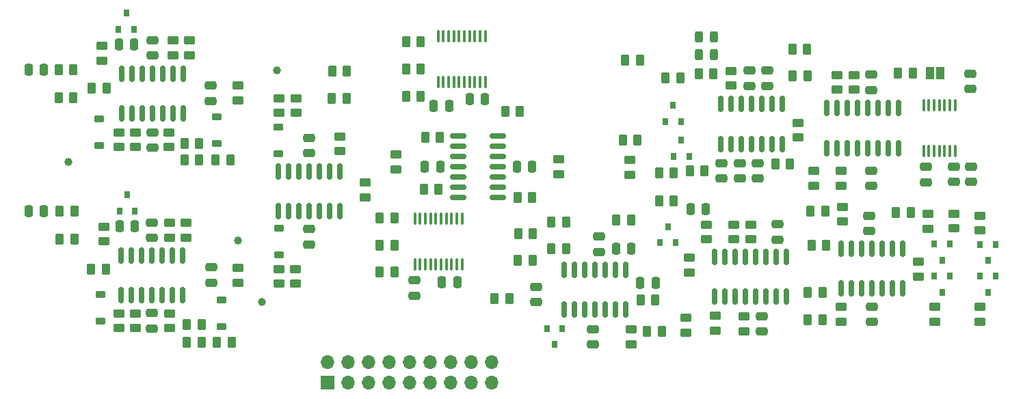
<source format=gbr>
%TF.GenerationSoftware,KiCad,Pcbnew,8.0.3*%
%TF.CreationDate,2024-07-01T12:15:54-06:00*%
%TF.ProjectId,VoiceBoardR3,566f6963-6542-46f6-9172-6452332e6b69,rev?*%
%TF.SameCoordinates,Original*%
%TF.FileFunction,Soldermask,Top*%
%TF.FilePolarity,Negative*%
%FSLAX46Y46*%
G04 Gerber Fmt 4.6, Leading zero omitted, Abs format (unit mm)*
G04 Created by KiCad (PCBNEW 8.0.3) date 2024-07-01 12:15:54*
%MOMM*%
%LPD*%
G01*
G04 APERTURE LIST*
G04 Aperture macros list*
%AMRoundRect*
0 Rectangle with rounded corners*
0 $1 Rounding radius*
0 $2 $3 $4 $5 $6 $7 $8 $9 X,Y pos of 4 corners*
0 Add a 4 corners polygon primitive as box body*
4,1,4,$2,$3,$4,$5,$6,$7,$8,$9,$2,$3,0*
0 Add four circle primitives for the rounded corners*
1,1,$1+$1,$2,$3*
1,1,$1+$1,$4,$5*
1,1,$1+$1,$6,$7*
1,1,$1+$1,$8,$9*
0 Add four rect primitives between the rounded corners*
20,1,$1+$1,$2,$3,$4,$5,0*
20,1,$1+$1,$4,$5,$6,$7,0*
20,1,$1+$1,$6,$7,$8,$9,0*
20,1,$1+$1,$8,$9,$2,$3,0*%
G04 Aperture macros list end*
%ADD10RoundRect,0.250000X0.250000X0.475000X-0.250000X0.475000X-0.250000X-0.475000X0.250000X-0.475000X0*%
%ADD11RoundRect,0.250000X0.262500X0.450000X-0.262500X0.450000X-0.262500X-0.450000X0.262500X-0.450000X0*%
%ADD12RoundRect,0.250000X-0.450000X0.262500X-0.450000X-0.262500X0.450000X-0.262500X0.450000X0.262500X0*%
%ADD13RoundRect,0.250000X0.475000X-0.250000X0.475000X0.250000X-0.475000X0.250000X-0.475000X-0.250000X0*%
%ADD14RoundRect,0.250000X-0.475000X0.250000X-0.475000X-0.250000X0.475000X-0.250000X0.475000X0.250000X0*%
%ADD15RoundRect,0.225000X0.375000X-0.225000X0.375000X0.225000X-0.375000X0.225000X-0.375000X-0.225000X0*%
%ADD16RoundRect,0.150000X0.150000X-0.825000X0.150000X0.825000X-0.150000X0.825000X-0.150000X-0.825000X0*%
%ADD17RoundRect,0.100000X-0.100000X0.637500X-0.100000X-0.637500X0.100000X-0.637500X0.100000X0.637500X0*%
%ADD18RoundRect,0.250000X0.450000X-0.262500X0.450000X0.262500X-0.450000X0.262500X-0.450000X-0.262500X0*%
%ADD19C,1.000000*%
%ADD20RoundRect,0.250000X-0.262500X-0.450000X0.262500X-0.450000X0.262500X0.450000X-0.262500X0.450000X0*%
%ADD21R,0.800000X0.900000*%
%ADD22RoundRect,0.250000X-0.250000X-0.475000X0.250000X-0.475000X0.250000X0.475000X-0.250000X0.475000X0*%
%ADD23R,1.700000X1.700000*%
%ADD24O,1.700000X1.700000*%
%ADD25RoundRect,0.150000X-0.150000X0.825000X-0.150000X-0.825000X0.150000X-0.825000X0.150000X0.825000X0*%
%ADD26RoundRect,0.243750X-0.243750X-0.456250X0.243750X-0.456250X0.243750X0.456250X-0.243750X0.456250X0*%
%ADD27RoundRect,0.225000X-0.375000X0.225000X-0.375000X-0.225000X0.375000X-0.225000X0.375000X0.225000X0*%
%ADD28RoundRect,0.243750X0.243750X0.456250X-0.243750X0.456250X-0.243750X-0.456250X0.243750X-0.456250X0*%
%ADD29R,1.000000X1.500000*%
%ADD30RoundRect,0.150000X-0.825000X-0.150000X0.825000X-0.150000X0.825000X0.150000X-0.825000X0.150000X0*%
G04 APERTURE END LIST*
D10*
%TO.C,C218*%
X59496999Y-35468100D03*
X57597001Y-35468100D03*
%TD*%
D11*
%TO.C,R205*%
X11959600Y-12547600D03*
X10134600Y-12547600D03*
%TD*%
D12*
%TO.C,R310*%
X106553000Y-9741300D03*
X106553000Y-11566300D03*
%TD*%
D13*
%TO.C,C210*%
X41173400Y-30744199D03*
X41173400Y-28844201D03*
%TD*%
D14*
%TO.C,C212*%
X21717000Y-28031401D03*
X21717000Y-29931399D03*
%TD*%
D15*
%TO.C,D202*%
X15163800Y-18515600D03*
X15163800Y-15215600D03*
%TD*%
D14*
%TO.C,C410*%
X97214600Y-39639201D03*
X97214600Y-41539199D03*
%TD*%
D16*
%TO.C,U303*%
X105283000Y-18832600D03*
X106553000Y-18832600D03*
X107823000Y-18832600D03*
X109093000Y-18832600D03*
X110363000Y-18832600D03*
X111633000Y-18832600D03*
X112903000Y-18832600D03*
X114173000Y-18832600D03*
X114173000Y-13882600D03*
X112903000Y-13882600D03*
X111633000Y-13882600D03*
X110363000Y-13882600D03*
X109093000Y-13882600D03*
X107823000Y-13882600D03*
X106553000Y-13882600D03*
X105283000Y-13882600D03*
%TD*%
D17*
%TO.C,U205*%
X60100400Y-27525600D03*
X59450400Y-27525600D03*
X58800400Y-27525600D03*
X58150400Y-27525600D03*
X57500400Y-27525600D03*
X56850400Y-27525600D03*
X56200400Y-27525600D03*
X55550400Y-27525600D03*
X54900400Y-27525600D03*
X54250400Y-27525600D03*
X54250400Y-33250600D03*
X54900400Y-33250600D03*
X55550400Y-33250600D03*
X56200400Y-33250600D03*
X56850400Y-33250600D03*
X57500400Y-33250600D03*
X58150400Y-33250600D03*
X58800400Y-33250600D03*
X59450400Y-33250600D03*
X60100400Y-33250600D03*
%TD*%
D10*
%TO.C,C201*%
X19491999Y-5943600D03*
X17592001Y-5943600D03*
%TD*%
D18*
%TO.C,R204*%
X15544800Y-7999100D03*
X15544800Y-6174100D03*
%TD*%
D19*
%TO.C,SAW1*%
X37185600Y-9194800D03*
%TD*%
D18*
%TO.C,R314*%
X103657400Y-23493100D03*
X103657400Y-21668100D03*
%TD*%
D12*
%TO.C,R243*%
X32334200Y-33682300D03*
X32334200Y-35507300D03*
%TD*%
%TO.C,R234*%
X26339800Y-5488300D03*
X26339800Y-7313300D03*
%TD*%
%TO.C,R417*%
X117805200Y-26976700D03*
X117805200Y-28801700D03*
%TD*%
D13*
%TO.C,C207*%
X21742400Y-18755399D03*
X21742400Y-16855401D03*
%TD*%
D14*
%TO.C,C204*%
X29032200Y-33594001D03*
X29032200Y-35493999D03*
%TD*%
D19*
%TO.C,TRI1*%
X11353800Y-20497800D03*
%TD*%
D18*
%TO.C,R221*%
X19659600Y-41120700D03*
X19659600Y-39295700D03*
%TD*%
D20*
%TO.C,R203*%
X14251300Y-11379200D03*
X16076300Y-11379200D03*
%TD*%
%TO.C,R418*%
X103227500Y-26670000D03*
X105052500Y-26670000D03*
%TD*%
D21*
%TO.C,Q401*%
X84622600Y-30540200D03*
X86522600Y-30540200D03*
X85572600Y-28540200D03*
%TD*%
%TO.C,Q201*%
X17566600Y-4098800D03*
X19466600Y-4098800D03*
X18516600Y-2098800D03*
%TD*%
D18*
%TO.C,R210*%
X17602200Y-18692500D03*
X17602200Y-16867500D03*
%TD*%
D19*
%TO.C,TRI2*%
X35331400Y-37896800D03*
%TD*%
D11*
%TO.C,R241*%
X68781300Y-24917400D03*
X66956300Y-24917400D03*
%TD*%
D13*
%TO.C,C404*%
X77063600Y-31699200D03*
X77063600Y-29799202D03*
%TD*%
D22*
%TO.C,C405*%
X79136200Y-31308001D03*
X81036200Y-31308001D03*
%TD*%
D11*
%TO.C,R239*%
X51738500Y-34190400D03*
X49913500Y-34190400D03*
%TD*%
D20*
%TO.C,R411*%
X102897300Y-40055800D03*
X104722300Y-40055800D03*
%TD*%
D11*
%TO.C,R422*%
X68857500Y-29464000D03*
X67032500Y-29464000D03*
%TD*%
D12*
%TO.C,R429*%
X87833200Y-39854500D03*
X87833200Y-41679500D03*
%TD*%
D18*
%TO.C,R425*%
X81000600Y-43117101D03*
X81000600Y-41292101D03*
%TD*%
%TO.C,R404*%
X80899000Y-22121500D03*
X80899000Y-20296500D03*
%TD*%
D10*
%TO.C,C209*%
X19593599Y-28524200D03*
X17693601Y-28524200D03*
%TD*%
D18*
%TO.C,R419*%
X116586000Y-34719900D03*
X116586000Y-32894900D03*
%TD*%
D12*
%TO.C,R201*%
X23799800Y-16867500D03*
X23799800Y-18692500D03*
%TD*%
D21*
%TO.C,Q302*%
X85283000Y-15505700D03*
X87183000Y-15505700D03*
X86233000Y-13505700D03*
%TD*%
D15*
%TO.C,D204*%
X30302200Y-40918400D03*
X30302200Y-37618400D03*
%TD*%
D14*
%TO.C,C303*%
X123113800Y-21097201D03*
X123113800Y-22997199D03*
%TD*%
D22*
%TO.C,C406*%
X88381800Y-26365200D03*
X90281800Y-26365200D03*
%TD*%
D11*
%TO.C,R235*%
X27557100Y-20294600D03*
X25732100Y-20294600D03*
%TD*%
D17*
%TO.C,U203*%
X62970600Y-4919600D03*
X62320600Y-4919600D03*
X61670600Y-4919600D03*
X61020600Y-4919600D03*
X60370600Y-4919600D03*
X59720600Y-4919600D03*
X59070600Y-4919600D03*
X58420600Y-4919600D03*
X57770600Y-4919600D03*
X57120600Y-4919600D03*
X57120600Y-10644600D03*
X57770600Y-10644600D03*
X58420600Y-10644600D03*
X59070600Y-10644600D03*
X59720600Y-10644600D03*
X60370600Y-10644600D03*
X61020600Y-10644600D03*
X61670600Y-10644600D03*
X62320600Y-10644600D03*
X62970600Y-10644600D03*
%TD*%
D21*
%TO.C,Q403*%
X126146600Y-30750000D03*
X124246600Y-30750000D03*
X125196600Y-32750000D03*
%TD*%
D20*
%TO.C,R218*%
X26011500Y-40716200D03*
X27836500Y-40716200D03*
%TD*%
D11*
%TO.C,R428*%
X84021300Y-37632601D03*
X82196300Y-37632601D03*
%TD*%
D12*
%TO.C,R245*%
X44983400Y-17375500D03*
X44983400Y-19200500D03*
%TD*%
D22*
%TO.C,C202*%
X6439500Y-9118600D03*
X8339500Y-9118600D03*
%TD*%
D23*
%TO.C,U103*%
X43437500Y-47887500D03*
D24*
X43437500Y-45347500D03*
X45977500Y-47887500D03*
X45977500Y-45347500D03*
X48517500Y-47887500D03*
X48517500Y-45347500D03*
X51057500Y-47887500D03*
X51057500Y-45347500D03*
X53597500Y-47887500D03*
X53597500Y-45347500D03*
X56137500Y-47887500D03*
X56137500Y-45347500D03*
X58677500Y-47887500D03*
X58677500Y-45347500D03*
X61217500Y-47887500D03*
X61217500Y-45347500D03*
X63757500Y-47887500D03*
X63757500Y-45347500D03*
%TD*%
D13*
%TO.C,C213*%
X21717000Y-41183599D03*
X21717000Y-39283601D03*
%TD*%
D25*
%TO.C,U201*%
X25551100Y-9615400D03*
X24281100Y-9615400D03*
X23011100Y-9615400D03*
X21741100Y-9615400D03*
X20471100Y-9615400D03*
X19201100Y-9615400D03*
X17931100Y-9615400D03*
X17931100Y-14565400D03*
X19201100Y-14565400D03*
X20471100Y-14565400D03*
X21741100Y-14565400D03*
X23011100Y-14565400D03*
X24281100Y-14565400D03*
X25551100Y-14565400D03*
%TD*%
D26*
%TO.C,D301*%
X89384899Y-7239000D03*
X91259901Y-7239000D03*
%TD*%
D27*
%TO.C,D205*%
X37362100Y-16206200D03*
X37362100Y-19506200D03*
%TD*%
D14*
%TO.C,C407*%
X110820200Y-38445401D03*
X110820200Y-40345399D03*
%TD*%
D11*
%TO.C,R233*%
X67257300Y-14249400D03*
X65432300Y-14249400D03*
%TD*%
D14*
%TO.C,C306*%
X96697800Y-20690801D03*
X96697800Y-22590799D03*
%TD*%
%TO.C,C308*%
X94513400Y-20690801D03*
X94513400Y-22590799D03*
%TD*%
D12*
%TO.C,R406*%
X95885000Y-28297500D03*
X95885000Y-30122500D03*
%TD*%
D21*
%TO.C,Q406*%
X72527200Y-41153801D03*
X70627200Y-41153801D03*
X71577200Y-43153801D03*
%TD*%
D13*
%TO.C,C307*%
X97891600Y-11109999D03*
X97891600Y-9210001D03*
%TD*%
D20*
%TO.C,R202*%
X25732100Y-18262600D03*
X27557100Y-18262600D03*
%TD*%
D28*
%TO.C,D302*%
X91259901Y-5080000D03*
X89384899Y-5080000D03*
%TD*%
D18*
%TO.C,R207*%
X24282400Y-7313300D03*
X24282400Y-5488300D03*
%TD*%
D13*
%TO.C,C413*%
X69265800Y-37906999D03*
X69265800Y-36007001D03*
%TD*%
D12*
%TO.C,R246*%
X48082200Y-23090500D03*
X48082200Y-24915500D03*
%TD*%
D18*
%TO.C,R313*%
X107010200Y-23467700D03*
X107010200Y-21642700D03*
%TD*%
D12*
%TO.C,R316*%
X93421200Y-9247500D03*
X93421200Y-11072500D03*
%TD*%
D14*
%TO.C,C206*%
X21742400Y-5450801D03*
X21742400Y-7350799D03*
%TD*%
D20*
%TO.C,R301*%
X88292300Y-21640800D03*
X90117300Y-21640800D03*
%TD*%
%TO.C,R232*%
X55526300Y-17449800D03*
X57351300Y-17449800D03*
%TD*%
D18*
%TO.C,R240*%
X72059800Y-22045300D03*
X72059800Y-20220300D03*
%TD*%
D12*
%TO.C,R220*%
X51892200Y-19610700D03*
X51892200Y-21435700D03*
%TD*%
D20*
%TO.C,R402*%
X71172700Y-31318200D03*
X72997700Y-31318200D03*
%TD*%
D15*
%TO.C,D201*%
X29768800Y-18236200D03*
X29768800Y-14936200D03*
%TD*%
D11*
%TO.C,R242*%
X45845100Y-9296400D03*
X44020100Y-9296400D03*
%TD*%
%TO.C,R230*%
X54987200Y-5664201D03*
X53162200Y-5664201D03*
%TD*%
%TO.C,R208*%
X31417900Y-20243800D03*
X29592900Y-20243800D03*
%TD*%
%TO.C,R236*%
X27836500Y-42875200D03*
X26011500Y-42875200D03*
%TD*%
D21*
%TO.C,Q202*%
X17693600Y-26603200D03*
X19593600Y-26603200D03*
X18643600Y-24603200D03*
%TD*%
D12*
%TO.C,R405*%
X93776800Y-28297500D03*
X93776800Y-30122500D03*
%TD*%
D11*
%TO.C,R212*%
X12078300Y-30073600D03*
X10253300Y-30073600D03*
%TD*%
D17*
%TO.C,U302*%
X121152200Y-13495100D03*
X120502200Y-13495100D03*
X119852200Y-13495100D03*
X119202200Y-13495100D03*
X118552200Y-13495100D03*
X117902200Y-13495100D03*
X117252200Y-13495100D03*
X117252200Y-19220100D03*
X117902200Y-19220100D03*
X118552200Y-19220100D03*
X119202200Y-19220100D03*
X119852200Y-19220100D03*
X120502200Y-19220100D03*
X121152200Y-19220100D03*
%TD*%
D29*
%TO.C,JP301*%
X118023900Y-9552400D03*
X119323900Y-9552400D03*
%TD*%
D12*
%TO.C,R227*%
X25958800Y-28068900D03*
X25958800Y-29893900D03*
%TD*%
D20*
%TO.C,R401*%
X79173700Y-27762200D03*
X80998700Y-27762200D03*
%TD*%
D16*
%TO.C,U402*%
X91338400Y-37222200D03*
X92608400Y-37222200D03*
X93878400Y-37222200D03*
X95148400Y-37222200D03*
X96418400Y-37222200D03*
X97688400Y-37222200D03*
X98958400Y-37222200D03*
X100228400Y-37222200D03*
X100228400Y-32272200D03*
X98958400Y-32272200D03*
X97688400Y-32272200D03*
X96418400Y-32272200D03*
X95148400Y-32272200D03*
X93878400Y-32272200D03*
X92608400Y-32272200D03*
X91338400Y-32272200D03*
%TD*%
D19*
%TO.C,SAW2*%
X32359600Y-30276800D03*
%TD*%
D13*
%TO.C,C309*%
X95681800Y-11109999D03*
X95681800Y-9210001D03*
%TD*%
D21*
%TO.C,Q404*%
X120482400Y-34712400D03*
X118582400Y-34712400D03*
X119532400Y-36712400D03*
%TD*%
D13*
%TO.C,C409*%
X99161600Y-30159999D03*
X99161600Y-28260001D03*
%TD*%
D21*
%TO.C,Q402*%
X126146600Y-34712400D03*
X124246600Y-34712400D03*
X125196600Y-36712400D03*
%TD*%
D12*
%TO.C,R409*%
X107010200Y-38482900D03*
X107010200Y-40307900D03*
%TD*%
%TO.C,R412*%
X124231400Y-38508300D03*
X124231400Y-40333300D03*
%TD*%
D11*
%TO.C,R206*%
X11975300Y-9119201D03*
X10150300Y-9119201D03*
%TD*%
D18*
%TO.C,R312*%
X101676200Y-17524100D03*
X101676200Y-15699100D03*
%TD*%
D20*
%TO.C,R307*%
X101041200Y-9906000D03*
X102866200Y-9906000D03*
%TD*%
D12*
%TO.C,R407*%
X90373200Y-28297500D03*
X90373200Y-30122500D03*
%TD*%
D11*
%TO.C,R430*%
X105204900Y-30835600D03*
X103379900Y-30835600D03*
%TD*%
D12*
%TO.C,R224*%
X37412900Y-33809300D03*
X37412900Y-35634300D03*
%TD*%
D18*
%TO.C,R216*%
X23850600Y-29893900D03*
X23850600Y-28068900D03*
%TD*%
%TO.C,R215*%
X15798800Y-30376500D03*
X15798800Y-28551500D03*
%TD*%
D11*
%TO.C,R304*%
X86307300Y-21869400D03*
X84482300Y-21869400D03*
%TD*%
D14*
%TO.C,C211*%
X54229600Y-35196201D03*
X54229600Y-37096199D03*
%TD*%
D11*
%TO.C,R317*%
X115898300Y-9550400D03*
X114073300Y-9550400D03*
%TD*%
D12*
%TO.C,R420*%
X107188000Y-26113100D03*
X107188000Y-27938100D03*
%TD*%
D11*
%TO.C,R229*%
X54987200Y-8991600D03*
X53162200Y-8991600D03*
%TD*%
D10*
%TO.C,C217*%
X62951399Y-12760500D03*
X61051401Y-12760500D03*
%TD*%
D22*
%TO.C,C215*%
X55488801Y-21131500D03*
X57388799Y-21131500D03*
%TD*%
D13*
%TO.C,C311*%
X110794800Y-11629199D03*
X110794800Y-9729201D03*
%TD*%
D22*
%TO.C,C414*%
X82164700Y-35544201D03*
X84064700Y-35544201D03*
%TD*%
D10*
%TO.C,C216*%
X68767999Y-21131500D03*
X66868001Y-21131500D03*
%TD*%
D13*
%TO.C,C304*%
X123063000Y-11490999D03*
X123063000Y-9591001D03*
%TD*%
D11*
%TO.C,R315*%
X91234900Y-9652000D03*
X89409900Y-9652000D03*
%TD*%
D16*
%TO.C,U403*%
X107011500Y-36206200D03*
X108281500Y-36206200D03*
X109551500Y-36206200D03*
X110821500Y-36206200D03*
X112091500Y-36206200D03*
X113361500Y-36206200D03*
X114631500Y-36206200D03*
X114631500Y-31256200D03*
X113361500Y-31256200D03*
X112091500Y-31256200D03*
X110821500Y-31256200D03*
X109551500Y-31256200D03*
X108281500Y-31256200D03*
X107011500Y-31256200D03*
%TD*%
D11*
%TO.C,R219*%
X31570300Y-42875200D03*
X29745300Y-42875200D03*
%TD*%
D10*
%TO.C,C214*%
X58480999Y-13563600D03*
X56581001Y-13563600D03*
%TD*%
D18*
%TO.C,R225*%
X37434700Y-14450700D03*
X37434700Y-12625700D03*
%TD*%
D11*
%TO.C,R303*%
X86307300Y-25374600D03*
X84482300Y-25374600D03*
%TD*%
D18*
%TO.C,R222*%
X17627600Y-41120700D03*
X17627600Y-39295700D03*
%TD*%
D12*
%TO.C,R209*%
X32334200Y-11050900D03*
X32334200Y-12875900D03*
%TD*%
D11*
%TO.C,R410*%
X104722300Y-36728400D03*
X102897300Y-36728400D03*
%TD*%
D14*
%TO.C,C203*%
X28930600Y-11089601D03*
X28930600Y-12989599D03*
%TD*%
D20*
%TO.C,R231*%
X55373900Y-23926800D03*
X57198900Y-23926800D03*
%TD*%
D11*
%TO.C,R237*%
X51738500Y-30837600D03*
X49913500Y-30837600D03*
%TD*%
D18*
%TO.C,R211*%
X19634200Y-18692500D03*
X19634200Y-16867500D03*
%TD*%
D20*
%TO.C,R302*%
X80011900Y-17805400D03*
X81836900Y-17805400D03*
%TD*%
D18*
%TO.C,R408*%
X88265000Y-34237300D03*
X88265000Y-32412300D03*
%TD*%
D11*
%TO.C,R305*%
X100709100Y-20828000D03*
X98884100Y-20828000D03*
%TD*%
%TO.C,R244*%
X45819700Y-12623800D03*
X43994700Y-12623800D03*
%TD*%
D25*
%TO.C,U206*%
X44982100Y-21680400D03*
X43712100Y-21680400D03*
X42442100Y-21680400D03*
X41172100Y-21680400D03*
X39902100Y-21680400D03*
X38632100Y-21680400D03*
X37362100Y-21680400D03*
X37362100Y-26630400D03*
X38632100Y-26630400D03*
X39902100Y-26630400D03*
X41172100Y-26630400D03*
X42442100Y-26630400D03*
X43712100Y-26630400D03*
X44982100Y-26630400D03*
%TD*%
D15*
%TO.C,D206*%
X37412900Y-32053800D03*
X37412900Y-28753800D03*
%TD*%
D21*
%TO.C,Q301*%
X86299000Y-19821400D03*
X88199000Y-19821400D03*
X87249000Y-17821400D03*
%TD*%
D14*
%TO.C,C310*%
X110794800Y-21605201D03*
X110794800Y-23505199D03*
%TD*%
D12*
%TO.C,R414*%
X121031000Y-26951300D03*
X121031000Y-28776300D03*
%TD*%
%TO.C,R416*%
X118592600Y-38508300D03*
X118592600Y-40333300D03*
%TD*%
D21*
%TO.C,Q405*%
X120482400Y-30699200D03*
X118582400Y-30699200D03*
X119532400Y-32699200D03*
%TD*%
D13*
%TO.C,C305*%
X121005600Y-23022599D03*
X121005600Y-21122601D03*
%TD*%
D20*
%TO.C,R214*%
X14175100Y-33832800D03*
X16000100Y-33832800D03*
%TD*%
D11*
%TO.C,R238*%
X51738500Y-27459400D03*
X49913500Y-27459400D03*
%TD*%
D18*
%TO.C,R223*%
X39492099Y-35634300D03*
X39492099Y-33809300D03*
%TD*%
D11*
%TO.C,R424*%
X84834100Y-41518801D03*
X83009100Y-41518801D03*
%TD*%
D18*
%TO.C,R427*%
X94979400Y-41501700D03*
X94979400Y-39676700D03*
%TD*%
D20*
%TO.C,R403*%
X71172700Y-27990800D03*
X72997700Y-27990800D03*
%TD*%
D30*
%TO.C,U204*%
X59602600Y-17322800D03*
X59602600Y-18592800D03*
X59602600Y-19862800D03*
X59602600Y-21132800D03*
X59602600Y-22402800D03*
X59602600Y-23672800D03*
X59602600Y-24942800D03*
X64552600Y-24942800D03*
X64552600Y-23672800D03*
X64552600Y-22402800D03*
X64552600Y-21132800D03*
X64552600Y-19862800D03*
X64552600Y-18592800D03*
X64552600Y-17322800D03*
%TD*%
D14*
%TO.C,C205*%
X41173400Y-17541201D03*
X41173400Y-19441199D03*
%TD*%
%TO.C,C403*%
X76301600Y-41254602D03*
X76301600Y-43154600D03*
%TD*%
D20*
%TO.C,R306*%
X100992300Y-6604000D03*
X102817300Y-6604000D03*
%TD*%
D14*
%TO.C,C301*%
X92176600Y-20690801D03*
X92176600Y-22590799D03*
%TD*%
D16*
%TO.C,U301*%
X92169100Y-18313400D03*
X93439100Y-18313400D03*
X94709100Y-18313400D03*
X95979100Y-18313400D03*
X97249100Y-18313400D03*
X98519100Y-18313400D03*
X99789100Y-18313400D03*
X99789100Y-13363400D03*
X98519100Y-13363400D03*
X97249100Y-13363400D03*
X95979100Y-13363400D03*
X94709100Y-13363400D03*
X93439100Y-13363400D03*
X92169100Y-13363400D03*
%TD*%
D18*
%TO.C,R426*%
X91448800Y-41425500D03*
X91448800Y-39600500D03*
%TD*%
D16*
%TO.C,U404*%
X72772300Y-38837601D03*
X74042300Y-38837601D03*
X75312300Y-38837601D03*
X76582300Y-38837601D03*
X77852300Y-38837601D03*
X79122300Y-38837601D03*
X80392300Y-38837601D03*
X80392300Y-33887601D03*
X79122300Y-33887601D03*
X77852300Y-33887601D03*
X76582300Y-33887601D03*
X75312300Y-33887601D03*
X74042300Y-33887601D03*
X72772300Y-33887601D03*
%TD*%
D22*
%TO.C,C208*%
X6405800Y-26593800D03*
X8305800Y-26593800D03*
%TD*%
D14*
%TO.C,C302*%
X117500400Y-21148001D03*
X117500400Y-23047999D03*
%TD*%
D18*
%TO.C,R217*%
X23901400Y-41146100D03*
X23901400Y-39321100D03*
%TD*%
D13*
%TO.C,C408*%
X110515400Y-29093199D03*
X110515400Y-27193201D03*
%TD*%
D25*
%TO.C,U202*%
X25527000Y-32119800D03*
X24257000Y-32119800D03*
X22987000Y-32119800D03*
X21717000Y-32119800D03*
X20447000Y-32119800D03*
X19177000Y-32119800D03*
X17907000Y-32119800D03*
X17907000Y-37069800D03*
X19177000Y-37069800D03*
X20447000Y-37069800D03*
X21717000Y-37069800D03*
X22987000Y-37069800D03*
X24257000Y-37069800D03*
X25527000Y-37069800D03*
%TD*%
D11*
%TO.C,R213*%
X12078300Y-26600400D03*
X10253300Y-26600400D03*
%TD*%
D20*
%TO.C,R423*%
X64136900Y-37439600D03*
X65961900Y-37439600D03*
%TD*%
D11*
%TO.C,R228*%
X54987200Y-12395201D03*
X53162200Y-12395201D03*
%TD*%
%TO.C,R421*%
X68832100Y-32689800D03*
X67007100Y-32689800D03*
%TD*%
%TO.C,R415*%
X115669700Y-26822400D03*
X113844700Y-26822400D03*
%TD*%
D12*
%TO.C,R226*%
X39546500Y-12625700D03*
X39546500Y-14450700D03*
%TD*%
D18*
%TO.C,R308*%
X108661200Y-11591700D03*
X108661200Y-9766700D03*
%TD*%
D20*
%TO.C,R311*%
X80291300Y-7924800D03*
X82116300Y-7924800D03*
%TD*%
D15*
%TO.C,D203*%
X15341600Y-40258000D03*
X15341600Y-36958000D03*
%TD*%
D12*
%TO.C,R413*%
X124256800Y-27205300D03*
X124256800Y-29030300D03*
%TD*%
D11*
%TO.C,R309*%
X87094700Y-10134600D03*
X85269700Y-10134600D03*
%TD*%
M02*

</source>
